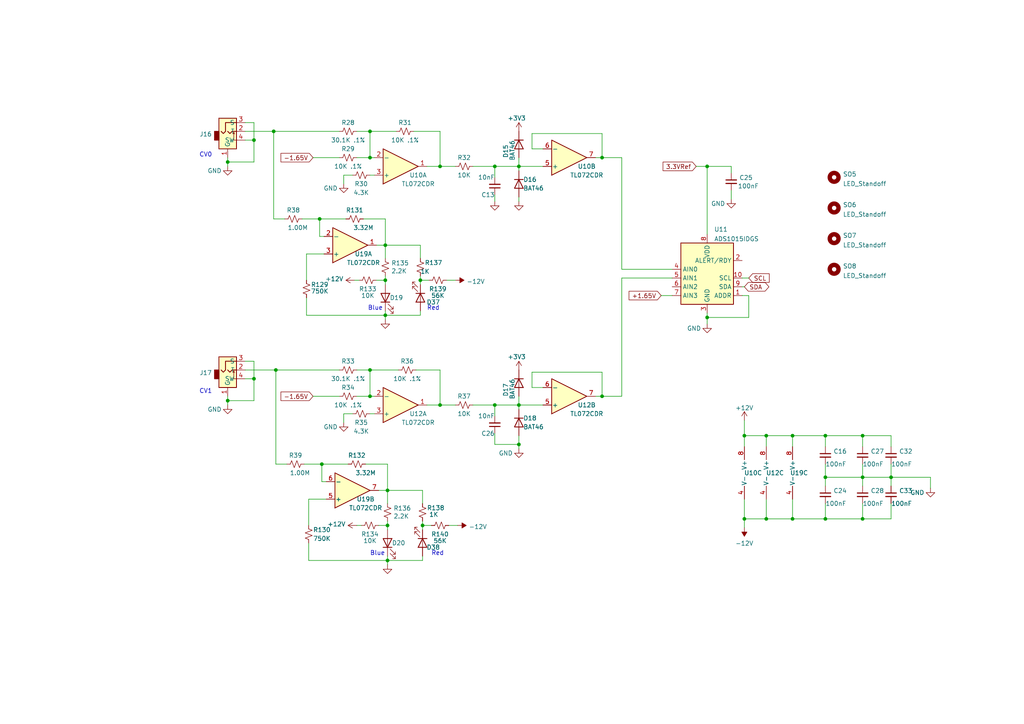
<source format=kicad_sch>
(kicad_sch (version 20211123) (generator eeschema)
  (paper "A4")
  (lib_symbols
    (symbol "Amplifier_Operational:TL072" (pin_names (offset 0.127))
      (property "Reference" "U" (at 0 5.08 0))
      (property "Value" "TL072" (at 0 -5.08 0))
      (symbol "TL072_1_1"
        (polyline (pts (xy -5.08 5.08) (xy 5.08 0) (xy -5.08 -5.08) (xy -5.08 5.08)) (stroke (width 0.254)) (fill (type background)))
        (pin output line (at 7.62 0 180) (length 2.54) (name "~") (number "1"))
        (pin input line (at -7.62 -2.54 0) (length 2.54) (name "-") (number "2"))
        (pin input line (at -7.62 2.54 0) (length 2.54) (name "+") (number "3"))
      )
      (symbol "TL072_2_1"
        (polyline (pts (xy -5.08 5.08) (xy 5.08 0) (xy -5.08 -5.08) (xy -5.08 5.08)) (stroke (width 0.254)) (fill (type background)))
        (pin input line (at -7.62 2.54 0) (length 2.54) (name "+") (number "5"))
        (pin input line (at -7.62 -2.54 0) (length 2.54) (name "-") (number "6"))
        (pin output line (at 7.62 0 180) (length 2.54) (name "~") (number "7"))
      )
      (symbol "TL072_3_1"
        (pin power_in line (at -2.54 -7.62 90) (length 3.81) (name "V-") (number "4"))
        (pin power_in line (at -2.54 7.62 270) (length 3.81) (name "V+") (number "8"))
      )
    )
    (symbol "Analog_ADC:ADS1015IDGS"
      (property "Reference" "U" (at 2.54 13.97 0))
      (property "Value" "ADS1015IDGS" (at 7.62 11.43 0))
      (symbol "ADS1015IDGS_0_1"
        (rectangle (start -7.62 10.16) (end 7.62 -7.62) (stroke (width 0.254)) (fill (type background)))
      )
      (symbol "ADS1015IDGS_1_1"
        (pin input line (at 10.16 -5.08 180) (length 2.54) (name "ADDR") (number "1"))
        (pin input line (at 10.16 0 180) (length 2.54) (name "SCL") (number "10"))
        (pin output line (at 10.16 5.08 180) (length 2.54) (name "ALERT/RDY") (number "2"))
        (pin power_in line (at 0 -10.16 90) (length 2.54) (name "GND") (number "3"))
        (pin input line (at -10.16 2.54 0) (length 2.54) (name "AIN0") (number "4"))
        (pin input line (at -10.16 0 0) (length 2.54) (name "AIN1") (number "5"))
        (pin input line (at -10.16 -2.54 0) (length 2.54) (name "AIN2") (number "6"))
        (pin input line (at -10.16 -5.08 0) (length 2.54) (name "AIN3") (number "7"))
        (pin power_in line (at 0 12.7 270) (length 2.54) (name "VDD") (number "8"))
        (pin bidirectional line (at 10.16 -2.54 180) (length 2.54) (name "SDA") (number "9"))
      )
    )
    (symbol "Device:C_Small" (pin_numbers hide) (pin_names (offset 0.254) hide)
      (property "Reference" "C" (at 0.254 1.778 0))
      (property "Value" "C_Small" (at 0.254 -2.032 0))
      (symbol "C_Small_0_1"
        (polyline (pts (xy -1.524 -0.508) (xy 1.524 -0.508)) (stroke (width 0.3302)))
        (polyline (pts (xy -1.524 0.508) (xy 1.524 0.508)) (stroke (width 0.3048)))
      )
      (symbol "C_Small_1_1"
        (pin passive line (at 0 2.54 270) (length 2.032) (name "~") (number "1"))
        (pin passive line (at 0 -2.54 90) (length 2.032) (name "~") (number "2"))
      )
    )
    (symbol "Device:LED" (pin_numbers hide) (pin_names (offset 1.016) hide)
      (property "Reference" "D" (at 0 2.54 0))
      (property "Value" "LED" (at 0 -2.54 0))
      (symbol "LED_0_1"
        (polyline (pts (xy -1.27 -1.27) (xy -1.27 1.27)) (stroke (width 0.254)))
        (polyline (pts (xy -1.27 0) (xy 1.27 0)))
        (polyline (pts (xy 1.27 -1.27) (xy 1.27 1.27) (xy -1.27 0) (xy 1.27 -1.27)) (stroke (width 0.254)))
        (polyline (pts (xy -3.048 -0.762) (xy -4.572 -2.286) (xy -3.81 -2.286) (xy -4.572 -2.286) (xy -4.572 -1.524)))
        (polyline (pts (xy -1.778 -0.762) (xy -3.302 -2.286) (xy -2.54 -2.286) (xy -3.302 -2.286) (xy -3.302 -1.524)))
      )
      (symbol "LED_1_1"
        (pin passive line (at -3.81 0 0) (length 2.54) (name "K") (number "1"))
        (pin passive line (at 3.81 0 180) (length 2.54) (name "A") (number "2"))
      )
    )
    (symbol "Device:R_Small_US" (pin_numbers hide) (pin_names (offset 0.254) hide)
      (property "Reference" "R" (at 0.762 0.508 0))
      (property "Value" "R_Small_US" (at 0.762 -1.016 0))
      (symbol "R_Small_US_1_1"
        (polyline (pts (xy 0 0) (xy 1.016 -0.381) (xy 0 -0.762) (xy -1.016 -1.143) (xy 0 -1.524)))
        (polyline (pts (xy 0 1.524) (xy 1.016 1.143) (xy 0 0.762) (xy -1.016 0.381) (xy 0 0)))
        (pin passive line (at 0 2.54 270) (length 1.016) (name "~") (number "1"))
        (pin passive line (at 0 -2.54 90) (length 1.016) (name "~") (number "2"))
      )
    )
    (symbol "Diode:1N4148" (pin_numbers hide) (pin_names (offset 1.016) hide)
      (property "Reference" "D" (at 0 2.54 0))
      (property "Value" "1N4148" (at 0 -2.54 0))
      (symbol "1N4148_0_1"
        (polyline (pts (xy -1.27 1.27) (xy -1.27 -1.27)) (stroke (width 0.254)))
        (polyline (pts (xy 1.27 0) (xy -1.27 0)))
        (polyline (pts (xy 1.27 1.27) (xy 1.27 -1.27) (xy -1.27 0) (xy 1.27 1.27)) (stroke (width 0.254)))
      )
      (symbol "1N4148_1_1"
        (pin passive line (at -3.81 0 0) (length 2.54) (name "K") (number "1"))
        (pin passive line (at 3.81 0 180) (length 2.54) (name "A") (number "2"))
      )
    )
    (symbol "greenface-symbols:Molex_47257"
      (property "Reference" "J" (at 0 8.89 0))
      (property "Value" "Molex_47257" (at 0 6.35 0))
      (symbol "Molex_47257_0_1"
        (rectangle (start -2.54 0) (end -3.81 -2.54) (stroke (width 0.254)) (fill (type outline)))
        (polyline (pts (xy 1.778 -0.254) (xy 2.032 -0.762)))
        (polyline (pts (xy 0 0) (xy 0.635 -0.635) (xy 1.27 0) (xy 2.54 0)) (stroke (width 0.254)))
        (polyline (pts (xy 2.54 -2.54) (xy 1.778 -2.54) (xy 1.778 -0.254) (xy 1.524 -0.762)))
        (polyline (pts (xy 2.54 2.54) (xy -0.635 2.54) (xy -0.635 0) (xy -1.27 -0.635) (xy -1.905 0)) (stroke (width 0.254)))
        (rectangle (start 2.54 3.81) (end -2.54 -5.08) (stroke (width 0.254)) (fill (type background)))
      )
      (symbol "Molex_47257_1_1"
        (pin passive line (at 0 -7.62 90) (length 2.54) (name "G") (number "1"))
        (pin passive line (at 5.08 0 180) (length 2.54) (name "T") (number "2"))
        (pin passive line (at 5.08 2.54 180) (length 2.54) (name "S") (number "3"))
        (pin passive line (at 5.08 -2.54 180) (length 2.54) (name "SW") (number "4"))
      )
    )
    (symbol "greenface:LED_Standoff" (pin_names (offset 1.016))
      (property "Reference" "SO" (at 0 5.08 0))
      (property "Value" "LED_Standoff" (at 0 3.175 0))
      (symbol "LED_Standoff_0_1"
        (circle (center 0 0) (radius 1.27) (stroke (width 1.27)))
      )
    )
    (symbol "power:+12V" (power) (pin_names (offset 0))
      (property "Value" "+12V" (at 0 3.556 0))
      (symbol "+12V_0_1"
        (polyline (pts (xy -0.762 1.27) (xy 0 2.54)))
        (polyline (pts (xy 0 0) (xy 0 2.54)))
        (polyline (pts (xy 0 2.54) (xy 0.762 1.27)))
      )
      (symbol "+12V_1_1"
        (pin power_in line (at 0 0 90) (length 0) hide (name "+12V") (number "1"))
      )
    )
    (symbol "power:+3.3V" (power) (pin_names (offset 0))
      (property "Value" "+3.3V" (at 0 3.556 0))
      (symbol "+3.3V_0_1"
        (polyline (pts (xy -0.762 1.27) (xy 0 2.54)))
        (polyline (pts (xy 0 0) (xy 0 2.54)))
        (polyline (pts (xy 0 2.54) (xy 0.762 1.27)))
      )
      (symbol "+3.3V_1_1"
        (pin power_in line (at 0 0 90) (length 0) hide (name "+3V3") (number "1"))
      )
    )
    (symbol "power:-12V" (power) (pin_names (offset 0))
      (property "Value" "-12V" (at 0 3.81 0))
      (symbol "-12V_0_0"
        (pin power_in line (at 0 0 90) (length 0) hide (name "-12V") (number "1"))
      )
      (symbol "-12V_0_1"
        (polyline (pts (xy 0 0) (xy 0 1.27) (xy 0.762 1.27) (xy 0 2.54) (xy -0.762 1.27) (xy 0 1.27)) (fill (type outline)))
      )
    )
    (symbol "power:GND" (power) (pin_names (offset 0))
      (property "Value" "GND" (at 0 -3.81 0))
      (symbol "GND_0_1"
        (polyline (pts (xy 0 0) (xy 0 -1.27) (xy 1.27 -1.27) (xy 0 -2.54) (xy -1.27 -1.27) (xy 0 -1.27)))
      )
      (symbol "GND_1_1"
        (pin power_in line (at 0 0 270) (length 0) hide (name "GND") (number "1"))
      )
    )
  )
  (junction (at 239.395 150.495))
  (junction (at 150.495 128.905))
  (junction (at 107.315 38.1))
  (junction (at 107.315 114.935))
  (junction (at 215.9 126.365))
  (junction (at 112.395 142.24))
  (junction (at 239.395 138.43))
  (junction (at 205.105 48.26))
  (junction (at 122.555 152.4))
  (junction (at 215.9 150.495))
  (junction (at 150.495 117.475))
  (junction (at 66.04 116.205))
  (junction (at 79.375 38.1))
  (junction (at 222.25 126.365))
  (junction (at 80.01 107.315))
  (junction (at 143.51 117.475))
  (junction (at 258.445 138.43))
  (junction (at 174.625 45.72))
  (junction (at 121.92 81.28))
  (junction (at 250.19 126.365))
  (junction (at 73.66 109.855))
  (junction (at 205.105 92.075))
  (junction (at 107.315 107.315))
  (junction (at 107.315 45.72))
  (junction (at 112.395 162.56))
  (junction (at 250.19 138.43))
  (junction (at 250.19 150.495))
  (junction (at 127.635 117.475))
  (junction (at 229.87 126.365))
  (junction (at 111.76 91.44))
  (junction (at 239.395 126.365))
  (junction (at 174.625 114.935))
  (junction (at 73.66 40.64))
  (junction (at 111.76 81.28))
  (junction (at 93.345 134.62))
  (junction (at 222.25 150.495))
  (junction (at 150.495 48.26))
  (junction (at 229.87 150.495))
  (junction (at 92.71 63.5))
  (junction (at 111.76 71.12))
  (junction (at 127.635 48.26))
  (junction (at 66.04 46.99))
  (junction (at 112.395 152.4))
  (junction (at 143.51 48.26))
  (wire (pts (xy 71.12 104.775) (xy 73.66 104.775)))
  (wire (pts (xy 111.76 82.55) (xy 111.76 81.28)))
  (wire (pts (xy 229.87 126.365) (xy 239.395 126.365)))
  (wire (pts (xy 217.17 92.075) (xy 205.105 92.075)))
  (wire (pts (xy 107.315 107.315) (xy 115.57 107.315)))
  (wire (pts (xy 111.76 63.5) (xy 111.76 71.12)))
  (wire (pts (xy 107.315 45.72) (xy 108.585 45.72)))
  (wire (pts (xy 201.93 48.26) (xy 205.105 48.26)))
  (wire (pts (xy 66.04 114.935) (xy 66.04 116.205)))
  (wire (pts (xy 79.375 63.5) (xy 79.375 38.1)))
  (wire (pts (xy 87.63 63.5) (xy 92.71 63.5)))
  (wire (pts (xy 93.345 134.62) (xy 100.965 134.62)))
  (wire (pts (xy 103.505 45.72) (xy 107.315 45.72)))
  (wire (pts (xy 121.92 91.44) (xy 111.76 91.44)))
  (wire (pts (xy 217.17 85.725) (xy 217.17 92.075)))
  (wire (pts (xy 239.395 126.365) (xy 250.19 126.365)))
  (wire (pts (xy 107.315 45.72) (xy 107.315 38.1)))
  (wire (pts (xy 212.09 50.165) (xy 212.09 48.26)))
  (wire (pts (xy 215.265 85.725) (xy 217.17 85.725)))
  (wire (pts (xy 121.92 81.28) (xy 124.46 81.28)))
  (wire (pts (xy 122.555 161.29) (xy 122.555 162.56)))
  (wire (pts (xy 111.76 74.93) (xy 111.76 71.12)))
  (wire (pts (xy 88.9 86.36) (xy 88.9 91.44)))
  (wire (pts (xy 80.01 107.315) (xy 80.01 134.62)))
  (wire (pts (xy 150.495 114.935) (xy 150.495 117.475)))
  (wire (pts (xy 143.51 48.26) (xy 143.51 51.435)))
  (wire (pts (xy 122.555 151.13) (xy 122.555 152.4)))
  (wire (pts (xy 154.305 107.95) (xy 174.625 107.95)))
  (wire (pts (xy 222.25 150.495) (xy 229.87 150.495)))
  (wire (pts (xy 71.12 109.855) (xy 73.66 109.855)))
  (wire (pts (xy 127.635 38.1) (xy 127.635 48.26)))
  (wire (pts (xy 83.185 134.62) (xy 80.01 134.62)))
  (wire (pts (xy 107.315 38.1) (xy 114.935 38.1)))
  (wire (pts (xy 180.34 45.72) (xy 180.34 78.105)))
  (wire (pts (xy 109.22 81.28) (xy 111.76 81.28)))
  (wire (pts (xy 258.445 146.05) (xy 258.445 150.495)))
  (wire (pts (xy 250.19 138.43) (xy 239.395 138.43)))
  (wire (pts (xy 130.175 152.4) (xy 132.715 152.4)))
  (wire (pts (xy 103.505 107.315) (xy 107.315 107.315)))
  (wire (pts (xy 88.9 91.44) (xy 111.76 91.44)))
  (wire (pts (xy 222.25 126.365) (xy 222.25 129.54)))
  (wire (pts (xy 215.9 126.365) (xy 222.25 126.365)))
  (wire (pts (xy 121.92 71.12) (xy 121.92 74.93)))
  (wire (pts (xy 215.9 144.78) (xy 215.9 150.495)))
  (wire (pts (xy 239.395 146.05) (xy 239.395 150.495)))
  (wire (pts (xy 258.445 126.365) (xy 250.19 126.365)))
  (wire (pts (xy 217.17 80.645) (xy 215.265 80.645)))
  (wire (pts (xy 89.535 162.56) (xy 112.395 162.56)))
  (wire (pts (xy 180.34 114.935) (xy 180.34 80.645)))
  (wire (pts (xy 239.395 138.43) (xy 239.395 140.97)))
  (wire (pts (xy 154.305 38.735) (xy 174.625 38.735)))
  (wire (pts (xy 92.71 68.58) (xy 92.71 63.5)))
  (wire (pts (xy 150.495 58.42) (xy 150.495 57.15)))
  (wire (pts (xy 205.105 48.26) (xy 205.105 67.945)))
  (wire (pts (xy 250.19 138.43) (xy 250.19 140.97)))
  (wire (pts (xy 88.9 73.66) (xy 88.9 81.28)))
  (wire (pts (xy 258.445 138.43) (xy 258.445 140.97)))
  (wire (pts (xy 174.625 114.935) (xy 180.34 114.935)))
  (wire (pts (xy 174.625 107.95) (xy 174.625 114.935)))
  (wire (pts (xy 150.495 128.905) (xy 150.495 126.365)))
  (wire (pts (xy 127.635 117.475) (xy 132.08 117.475)))
  (wire (pts (xy 79.375 38.1) (xy 98.425 38.1)))
  (wire (pts (xy 71.12 38.1) (xy 79.375 38.1)))
  (wire (pts (xy 269.875 141.605) (xy 269.875 138.43)))
  (wire (pts (xy 143.51 117.475) (xy 150.495 117.475)))
  (wire (pts (xy 103.505 152.4) (xy 104.775 152.4)))
  (wire (pts (xy 102.235 50.8) (xy 99.695 50.8)))
  (wire (pts (xy 112.395 162.56) (xy 112.395 161.29)))
  (wire (pts (xy 93.98 68.58) (xy 92.71 68.58)))
  (wire (pts (xy 73.66 46.99) (xy 66.04 46.99)))
  (wire (pts (xy 239.395 129.54) (xy 239.395 126.365)))
  (wire (pts (xy 154.305 112.395) (xy 154.305 107.95)))
  (wire (pts (xy 215.9 126.365) (xy 215.9 129.54)))
  (wire (pts (xy 88.265 134.62) (xy 93.345 134.62)))
  (wire (pts (xy 71.12 35.56) (xy 73.66 35.56)))
  (wire (pts (xy 73.66 104.775) (xy 73.66 109.855)))
  (wire (pts (xy 122.555 162.56) (xy 112.395 162.56)))
  (wire (pts (xy 123.825 48.26) (xy 127.635 48.26)))
  (wire (pts (xy 80.01 107.315) (xy 98.425 107.315)))
  (wire (pts (xy 137.16 117.475) (xy 143.51 117.475)))
  (wire (pts (xy 93.98 73.66) (xy 88.9 73.66)))
  (wire (pts (xy 111.76 81.28) (xy 111.76 80.01)))
  (wire (pts (xy 122.555 152.4) (xy 125.095 152.4)))
  (wire (pts (xy 111.76 71.12) (xy 121.92 71.12)))
  (wire (pts (xy 66.04 46.99) (xy 66.04 48.26)))
  (wire (pts (xy 215.9 150.495) (xy 222.25 150.495)))
  (wire (pts (xy 212.09 55.245) (xy 212.09 57.785)))
  (wire (pts (xy 73.66 35.56) (xy 73.66 40.64)))
  (wire (pts (xy 154.305 43.18) (xy 154.305 38.735)))
  (wire (pts (xy 157.48 112.395) (xy 154.305 112.395)))
  (wire (pts (xy 120.65 107.315) (xy 127.635 107.315)))
  (wire (pts (xy 103.505 38.1) (xy 107.315 38.1)))
  (wire (pts (xy 103.505 114.935) (xy 107.315 114.935)))
  (wire (pts (xy 258.445 138.43) (xy 269.875 138.43)))
  (wire (pts (xy 112.395 163.83) (xy 112.395 162.56)))
  (wire (pts (xy 229.87 144.78) (xy 229.87 150.495)))
  (wire (pts (xy 194.945 85.725) (xy 191.77 85.725)))
  (wire (pts (xy 172.72 114.935) (xy 174.625 114.935)))
  (wire (pts (xy 94.615 144.78) (xy 89.535 144.78)))
  (wire (pts (xy 150.495 118.745) (xy 150.495 117.475)))
  (wire (pts (xy 222.25 126.365) (xy 229.87 126.365)))
  (wire (pts (xy 215.9 121.92) (xy 215.9 126.365)))
  (wire (pts (xy 90.805 114.935) (xy 98.425 114.935)))
  (wire (pts (xy 73.66 116.205) (xy 66.04 116.205)))
  (wire (pts (xy 90.805 45.72) (xy 98.425 45.72)))
  (wire (pts (xy 180.34 80.645) (xy 194.945 80.645)))
  (wire (pts (xy 111.76 91.44) (xy 111.76 90.17)))
  (wire (pts (xy 105.41 63.5) (xy 111.76 63.5)))
  (wire (pts (xy 112.395 142.24) (xy 109.855 142.24)))
  (wire (pts (xy 205.105 93.98) (xy 205.105 92.075)))
  (wire (pts (xy 111.76 92.71) (xy 111.76 91.44)))
  (wire (pts (xy 172.72 45.72) (xy 174.625 45.72)))
  (wire (pts (xy 71.12 107.315) (xy 80.01 107.315)))
  (wire (pts (xy 107.315 50.8) (xy 108.585 50.8)))
  (wire (pts (xy 239.395 134.62) (xy 239.395 138.43)))
  (wire (pts (xy 94.615 139.7) (xy 93.345 139.7)))
  (wire (pts (xy 73.66 109.855) (xy 73.66 116.205)))
  (wire (pts (xy 150.495 45.72) (xy 150.495 48.26)))
  (wire (pts (xy 143.51 48.26) (xy 150.495 48.26)))
  (wire (pts (xy 150.495 128.905) (xy 150.495 130.175)))
  (wire (pts (xy 107.315 120.015) (xy 108.585 120.015)))
  (wire (pts (xy 129.54 81.28) (xy 132.08 81.28)))
  (wire (pts (xy 121.92 90.17) (xy 121.92 91.44)))
  (wire (pts (xy 174.625 38.735) (xy 174.625 45.72)))
  (wire (pts (xy 212.09 48.26) (xy 205.105 48.26)))
  (wire (pts (xy 102.235 120.015) (xy 99.695 120.015)))
  (wire (pts (xy 150.495 49.53) (xy 150.495 48.26)))
  (wire (pts (xy 123.825 117.475) (xy 127.635 117.475)))
  (wire (pts (xy 222.25 144.78) (xy 222.25 150.495)))
  (wire (pts (xy 66.04 116.205) (xy 66.04 117.475)))
  (wire (pts (xy 111.76 71.12) (xy 109.22 71.12)))
  (wire (pts (xy 127.635 48.26) (xy 132.08 48.26)))
  (wire (pts (xy 109.855 152.4) (xy 112.395 152.4)))
  (wire (pts (xy 143.51 128.905) (xy 150.495 128.905)))
  (wire (pts (xy 112.395 146.05) (xy 112.395 142.24)))
  (wire (pts (xy 143.51 117.475) (xy 143.51 120.65)))
  (wire (pts (xy 258.445 134.62) (xy 258.445 138.43)))
  (wire (pts (xy 250.19 134.62) (xy 250.19 138.43)))
  (wire (pts (xy 99.695 50.8) (xy 99.695 53.34)))
  (wire (pts (xy 112.395 134.62) (xy 112.395 142.24)))
  (wire (pts (xy 215.9 83.185) (xy 215.265 83.185)))
  (wire (pts (xy 250.19 146.05) (xy 250.19 150.495)))
  (wire (pts (xy 112.395 152.4) (xy 112.395 151.13)))
  (wire (pts (xy 106.045 134.62) (xy 112.395 134.62)))
  (wire (pts (xy 73.66 40.64) (xy 73.66 46.99)))
  (wire (pts (xy 107.315 114.935) (xy 107.315 107.315)))
  (wire (pts (xy 92.71 63.5) (xy 100.33 63.5)))
  (wire (pts (xy 71.12 40.64) (xy 73.66 40.64)))
  (wire (pts (xy 122.555 152.4) (xy 122.555 153.67)))
  (wire (pts (xy 89.535 144.78) (xy 89.535 152.4)))
  (wire (pts (xy 157.48 43.18) (xy 154.305 43.18)))
  (wire (pts (xy 99.695 120.015) (xy 99.695 122.555)))
  (wire (pts (xy 258.445 129.54) (xy 258.445 126.365)))
  (wire (pts (xy 250.19 126.365) (xy 250.19 129.54)))
  (wire (pts (xy 143.51 56.515) (xy 143.51 58.42)))
  (wire (pts (xy 107.315 114.935) (xy 108.585 114.935)))
  (wire (pts (xy 127.635 107.315) (xy 127.635 117.475)))
  (wire (pts (xy 174.625 45.72) (xy 180.34 45.72)))
  (wire (pts (xy 112.395 142.24) (xy 122.555 142.24)))
  (wire (pts (xy 150.495 48.26) (xy 157.48 48.26)))
  (wire (pts (xy 180.34 78.105) (xy 194.945 78.105)))
  (wire (pts (xy 137.16 48.26) (xy 143.51 48.26)))
  (wire (pts (xy 205.105 92.075) (xy 205.105 90.805)))
  (wire (pts (xy 122.555 142.24) (xy 122.555 146.05)))
  (wire (pts (xy 93.345 139.7) (xy 93.345 134.62)))
  (wire (pts (xy 121.92 80.01) (xy 121.92 81.28)))
  (wire (pts (xy 229.87 150.495) (xy 239.395 150.495)))
  (wire (pts (xy 120.015 38.1) (xy 127.635 38.1)))
  (wire (pts (xy 229.87 126.365) (xy 229.87 129.54)))
  (wire (pts (xy 250.19 150.495) (xy 258.445 150.495)))
  (wire (pts (xy 215.9 150.495) (xy 215.9 153.035)))
  (wire (pts (xy 239.395 150.495) (xy 250.19 150.495)))
  (wire (pts (xy 82.55 63.5) (xy 79.375 63.5)))
  (wire (pts (xy 143.51 125.73) (xy 143.51 128.905)))
  (wire (pts (xy 250.19 138.43) (xy 258.445 138.43)))
  (wire (pts (xy 102.87 81.28) (xy 104.14 81.28)))
  (wire (pts (xy 66.04 45.72) (xy 66.04 46.99)))
  (wire (pts (xy 121.92 81.28) (xy 121.92 82.55)))
  (wire (pts (xy 112.395 153.67) (xy 112.395 152.4)))
  (wire (pts (xy 89.535 157.48) (xy 89.535 162.56)))
  (wire (pts (xy 150.495 117.475) (xy 157.48 117.475)))
  (text "CV0" (at 57.785 45.72 0) (effects (font (size 1.27 1.27)) (justify left bottom)))
  (text "CV1" (at 57.785 114.3 0) (effects (font (size 1.27 1.27)) (justify left bottom)))
  (text "Blue" (at 107.315 161.29 0) (effects (font (size 1.27 1.27)) (justify left bottom)))
  (text "Blue" (at 106.68 90.17 0) (effects (font (size 1.27 1.27)) (justify left bottom)))
  (text "Red" (at 123.825 90.17 0) (effects (font (size 1.27 1.27)) (justify left bottom)))
  (text "Red" (at 125.095 161.29 0) (effects (font (size 1.27 1.27)) (justify left bottom)))
  (global_label "SCL" (shape input) (at 217.17 80.645 0) (property "Intersheet References" "${INTERSHEET_REFS}" (effects hide)))
  (global_label "+1.65V" (shape input) (at 191.77 85.725 180) (property "Intersheet References" "${INTERSHEET_REFS}" (effects hide)))
  (global_label "3.3VRef" (shape input) (at 201.93 48.26 180) (property "Intersheet References" "${INTERSHEET_REFS}" (effects hide)))
  (global_label "-1.65V" (shape input) (at 90.805 114.935 180) (property "Intersheet References" "${INTERSHEET_REFS}" (effects hide)))
  (global_label "SDA" (shape bidirectional) (at 215.9 83.185 0) (property "Intersheet References" "${INTERSHEET_REFS}" (effects hide)))
  (global_label "-1.65V" (shape input) (at 90.805 45.72 180) (property "Intersheet References" "${INTERSHEET_REFS}" (effects hide)))
  (symbol (lib_id "power:GND") (at 205.105 93.98 0) (unit 1)
    (property "Reference" "#PWR028" (effects hide))
    (property "Value" "GND" (at 201.295 95.25 0))
  )
  (symbol (lib_id "Device:R_Small_US") (at 85.09 63.5 90) (unit 1)
    (property "Reference" "R38" (at 85.09 60.96 90))
    (property "Value" "1.00M" (at 86.36 66.04 90))
    (property "Footprint" "Resistor_SMD:R_0805_2012Metric_Pad1.20x1.40mm_HandSolder" (effects hide))
    (property "Digi-Key Part" "311-1.00MCRCT-ND" (effects hide))
    (property " LCSC Part #" "C107700" (effects hide))
  )
  (symbol (lib_id "power:+12V") (at 215.9 121.92 0) (unit 1)
    (property "Reference" "#PWR034" (effects hide))
    (property "Value" "+12V" (at 215.9 118.3155 0))
  )
  (symbol (lib_id "Device:R_Small_US") (at 134.62 117.475 270) (unit 1)
    (property "Reference" "R37" (at 134.62 114.935 90))
    (property "Value" "10K" (at 134.62 120.015 90))
    (property "Footprint" "Resistor_SMD:R_0805_2012Metric_Pad1.20x1.40mm_HandSolder" (effects hide))
    (property "Digi-Key Part" "13-RC0805JR-1010KLCT-ND" (effects hide))
    (property " LCSC Part #" "C138260" (effects hide))
  )
  (symbol (lib_id "Device:LED") (at 121.92 86.36 270) (unit 1)
    (property "Reference" "D37" (at 127.635 87.63 90) (effects (justify right)))
    (property "Value" "RED LED" (effects hide))
    (property "Footprint" "LED_THT:LED_D3.0mm" (effects hide))
    (property "Digi-Key Part" "732-5005-ND" (effects hide))
  )
  (symbol (lib_id "power:-12V") (at 132.715 152.4 270) (unit 1)
    (property "Reference" "#PWR0101" (effects hide))
    (property "Value" "-12V" (at 135.9662 152.781 90) (effects (justify left)))
  )
  (symbol (lib_id "power:-12V") (at 215.9 153.035 180) (unit 1)
    (property "Reference" "#PWR038" (effects hide))
    (property "Value" "-12V" (at 215.9 157.5975 0))
  )
  (symbol (lib_id "Amplifier_Operational:TL072") (at 213.36 137.16 0) (mirror y) (unit 3)
    (property "Reference" "U10" (at 218.44 137.16 0))
    (property "Value" "TL072CDR" (effects hide))
    (property "Footprint" "Package_SO:SOIC-8-1EP_3.9x4.9mm_P1.27mm_EP2.29x3mm" (effects hide))
    (property "Digi-Key Part" "296-47385-1-ND" (effects hide))
    (property " LCSC Part #" "C67473" (effects hide))
  )
  (symbol (lib_id "Amplifier_Operational:TL072") (at 227.33 137.16 0) (mirror y) (unit 3)
    (property "Reference" "U19" (at 231.775 137.16 0))
    (property "Value" "TL072CDR" (effects hide))
    (property "Footprint" "Package_SO:SOIC-8-1EP_3.9x4.9mm_P1.27mm_EP2.29x3mm" (effects hide))
    (property "Datasheet" "http://www.ti.com/lit/ds/symlink/tl071.pdf" (effects hide))
    (property "Digi-Key Part" "296-47385-1-ND" (effects hide))
    (property " LCSC Part #" "C67473" (effects hide))
  )
  (symbol (lib_id "Analog_ADC:ADS1015IDGS") (at 205.105 80.645 0) (unit 1)
    (property "Reference" "U11" (at 207.1244 66.5185 0) (effects (justify left)))
    (property "Value" "ADS1015IDGS" (at 207.1244 69.2936 0) (effects (justify left)))
    (property "Footprint" "Package_SO:TSSOP-10_3x3mm_P0.5mm" (effects hide))
    (property "Datasheet" "http://www.ti.com/lit/ds/symlink/ads1015.pdf" (effects hide))
    (property " LCSC Part #" "C193969" (effects hide))
  )
  (symbol (lib_id "Device:R_Small_US") (at 89.535 154.94 0) (unit 1)
    (property "Reference" "R130" (at 90.805 153.67 0) (effects (justify left)))
    (property "Value" "750K" (at 90.805 156.21 0) (effects (justify left)))
    (property "Footprint" "Resistor_SMD:R_0805_2012Metric_Pad1.20x1.40mm_HandSolder" (effects hide))
    (property "Digi-Key Part" "311-750KARCT-ND" (effects hide))
    (property " LCSC Part #" "C137408" (effects hide))
  )
  (symbol (lib_id "Device:R_Small_US") (at 104.775 50.8 270) (unit 1)
    (property "Reference" "R30" (at 104.775 53.34 90))
    (property "Value" "4.3K" (at 104.775 55.88 90))
    (property "Footprint" "Resistor_SMD:R_0805_2012Metric_Pad1.20x1.40mm_HandSolder" (effects hide))
    (property "Digi-Key Part" "311-43KARCT-ND" (effects hide))
    (property " LCSC Part #" "C229218" (effects hide))
  )
  (symbol (lib_id "Amplifier_Operational:TL072") (at 116.205 48.26 0) (mirror x) (unit 1)
    (property "Reference" "U10" (at 121.285 50.8 0))
    (property "Value" "TL072CDR" (at 121.285 53.34 0))
    (property "Footprint" "Package_SO:SOIC-8-1EP_3.9x4.9mm_P1.27mm_EP2.29x3mm" (effects hide))
    (property "Digi-Key Part" "296-47385-1-ND" (effects hide))
    (property " LCSC Part #" "C67473" (effects hide))
  )
  (symbol (lib_id "Device:R_Small_US") (at 100.965 114.935 270) (unit 1)
    (property "Reference" "R34" (at 100.965 112.395 90))
    (property "Value" "10K .1%" (at 100.965 117.475 90))
    (property "Footprint" "Resistor_SMD:R_0805_2012Metric_Pad1.20x1.40mm_HandSolder" (effects hide))
    (property " LCSC Part #" "C406725" (effects hide))
  )
  (symbol (lib_id "Device:R_Small_US") (at 127 81.28 90) (unit 1)
    (property "Reference" "R139" (at 127 83.82 90))
    (property "Value" "56K" (at 127 85.725 90))
    (property "Footprint" "Resistor_SMD:R_0805_2012Metric_Pad1.20x1.40mm_HandSolder" (effects hide))
    (property "Digi-Key Part" "311-56KARCT-ND" (effects hide))
    (property " LCSC Part #" "C137420" (effects hide))
  )
  (symbol (lib_id "Device:C_Small") (at 143.51 123.19 180) (unit 1)
    (property "Reference" "C26" (at 143.51 125.73 0) (effects (justify left)))
    (property "Value" "10nF" (at 143.51 120.65 0) (effects (justify left)))
    (property "Footprint" "Capacitor_SMD:C_0805_2012Metric_Pad1.18x1.45mm_HandSolder" (effects hide))
    (property "Datasheet" "http://datasheets.avx.com/SR-Series.pdf" (effects hide))
    (property "Digi-Key Part" "311-1136-1-ND" (effects hide))
    (property " LCSC Part #" "C83170" (effects hide))
  )
  (symbol (lib_id "power:GND") (at 99.695 122.555 0) (unit 1)
    (property "Reference" "#PWR052" (effects hide))
    (property "Value" "GND" (at 95.885 123.825 0))
  )
  (symbol (lib_id "Device:R_Small_US") (at 121.92 77.47 0) (unit 1)
    (property "Reference" "R137" (at 123.19 76.2 0) (effects (justify left)))
    (property "Value" "1K" (at 121.92 78.74 0) (effects (justify left)))
    (property "Footprint" "Resistor_SMD:R_0805_2012Metric_Pad1.20x1.40mm_HandSolder" (effects hide))
    (property "Digi-Key Part" "311-10KARCT-ND" (effects hide))
    (property " LCSC Part #" "C100047" (effects hide))
  )
  (symbol (lib_id "Amplifier_Operational:TL072") (at 116.205 117.475 0) (mirror x) (unit 1)
    (property "Reference" "U12" (at 121.285 120.015 0))
    (property "Value" "TL072CDR" (at 121.285 122.555 0))
    (property "Footprint" "Package_SO:SOIC-8-1EP_3.9x4.9mm_P1.27mm_EP2.29x3mm" (effects hide))
    (property "Digi-Key Part" "296-47385-1-ND" (effects hide))
    (property " LCSC Part #" "C67473" (effects hide))
  )
  (symbol (lib_id "Device:C_Small") (at 239.395 143.51 0) (unit 1)
    (property "Reference" "C24" (at 241.7318 142.3416 0) (effects (justify left)))
    (property "Value" "100nF" (at 239.395 146.05 0) (effects (justify left)))
    (property "Footprint" "Capacitor_SMD:C_0805_2012Metric_Pad1.18x1.45mm_HandSolder" (effects hide))
    (property "Datasheet" "http://datasheets.avx.com/SR-Series.pdf" (effects hide))
    (property "Digi-Key Part" "478-10836-1-ND" (effects hide))
    (property " LCSC Part #" "C49678" (effects hide))
  )
  (symbol (lib_id "Device:R_Small_US") (at 85.725 134.62 90) (unit 1)
    (property "Reference" "R39" (at 85.725 132.08 90))
    (property "Value" "1.00M" (at 86.995 137.16 90))
    (property "Footprint" "Resistor_SMD:R_0805_2012Metric_Pad1.20x1.40mm_HandSolder" (effects hide))
    (property "Digi-Key Part" "311-1.00MCRCT-ND" (effects hide))
    (property " LCSC Part #" "C107700" (effects hide))
  )
  (symbol (lib_id "greenface-symbols:Molex_47257") (at 66.04 38.1 0) (unit 1)
    (property "Reference" "J16" (at 61.468 38.9128 0) (effects (justify right)))
    (property "Value" "3.5mm Jack" (effects hide))
    (property "Footprint" "sputterizer:Molex-0472570001" (effects hide))
    (property "Digi-Key Part" "WM17366-ND" (effects hide))
  )
  (symbol (lib_id "Device:C_Small") (at 239.395 132.08 0) (unit 1)
    (property "Reference" "C16" (at 241.7318 130.9116 0) (effects (justify left)))
    (property "Value" "100nF" (at 239.395 134.62 0) (effects (justify left)))
    (property "Footprint" "Capacitor_SMD:C_0805_2012Metric_Pad1.18x1.45mm_HandSolder" (effects hide))
    (property "Datasheet" "http://datasheets.avx.com/SR-Series.pdf" (effects hide))
    (property "Digi-Key Part" "478-10836-1-ND" (effects hide))
    (property " LCSC Part #" "C49678" (effects hide))
  )
  (symbol (lib_id "Device:R_Small_US") (at 118.11 107.315 270) (unit 1)
    (property "Reference" "R36" (at 118.11 104.775 90))
    (property "Value" "10K .1%" (at 118.11 109.855 90))
    (property "Footprint" "Resistor_SMD:R_0805_2012Metric_Pad1.20x1.40mm_HandSolder" (effects hide))
    (property " LCSC Part #" "C406725" (effects hide))
  )
  (symbol (lib_id "power:GND") (at 66.04 48.26 0) (unit 1)
    (property "Reference" "#PWR011" (effects hide))
    (property "Value" "GND" (at 62.23 49.53 0))
  )
  (symbol (lib_id "Device:R_Small_US") (at 102.87 63.5 90) (unit 1)
    (property "Reference" "R131" (at 102.87 60.96 90))
    (property "Value" "3.32M" (at 105.41 66.04 90))
    (property "Footprint" "Resistor_SMD:R_0805_2012Metric_Pad1.20x1.40mm_HandSolder" (effects hide))
    (property "Digi-Key Part" "311-3.32MCRCT-ND" (effects hide))
    (property " LCSC Part #" "C422748" (effects hide))
  )
  (symbol (lib_id "Device:LED") (at 112.395 157.48 90) (unit 1)
    (property "Reference" "D20" (at 113.665 157.48 90) (effects (justify right)))
    (property "Value" "BLUE LED" (effects hide))
    (property "Footprint" "LED_THT:LED_D3.0mm" (effects hide))
    (property "Digi-Key Part" "732-11401-ND" (effects hide))
  )
  (symbol (lib_id "power:GND") (at 150.495 58.42 0) (unit 1)
    (property "Reference" "#PWR0107" (effects hide))
    (property "Value" "GND" (effects hide))
  )
  (symbol (lib_id "Device:C_Small") (at 258.445 132.08 0) (unit 1)
    (property "Reference" "C32" (at 260.7818 130.9116 0) (effects (justify left)))
    (property "Value" "100nF" (at 258.445 134.62 0) (effects (justify left)))
    (property "Footprint" "Capacitor_SMD:C_0805_2012Metric_Pad1.18x1.45mm_HandSolder" (effects hide))
    (property "Datasheet" "http://datasheets.avx.com/SR-Series.pdf" (effects hide))
    (property "Digi-Key Part" "478-10836-1-ND" (effects hide))
    (property " LCSC Part #" "C49678" (effects hide))
  )
  (symbol (lib_id "power:GND") (at 143.51 58.42 0) (unit 1)
    (property "Reference" "#PWR0106" (effects hide))
    (property "Value" "GND" (effects hide))
  )
  (symbol (lib_id "greenface:LED_Standoff") (at 241.935 78.105 0) (unit 1) (on_board no)
    (property "Reference" "SO8" (at 244.475 77.1965 0) (effects (justify left)))
    (property "Value" "LED_Standoff" (at 244.475 79.9716 0) (effects (justify left)))
    (property "Digi-Key Part" "732-11607-ND" (effects hide))
  )
  (symbol (lib_id "Device:R_Small_US") (at 100.965 107.315 270) (unit 1)
    (property "Reference" "R33" (at 100.965 104.775 90))
    (property "Value" "30.1K .1%" (at 100.965 109.855 90))
    (property "Footprint" "Resistor_SMD:R_0805_2012Metric_Pad1.20x1.40mm_HandSolder" (effects hide))
    (property "Digi-Key Part" "P332KDACT-ND" (effects hide))
    (property " LCSC Part #" "C374678" (effects hide))
  )
  (symbol (lib_id "Device:LED") (at 111.76 86.36 90) (unit 1)
    (property "Reference" "D19" (at 113.03 86.36 90) (effects (justify right)))
    (property "Value" "BLUE LED" (effects hide))
    (property "Footprint" "LED_THT:LED_D3.0mm" (effects hide))
    (property "Digi-Key Part" "732-11401-ND" (effects hide))
  )
  (symbol (lib_id "Device:R_Small_US") (at 100.965 38.1 270) (unit 1)
    (property "Reference" "R28" (at 100.965 35.56 90))
    (property "Value" "30.1K .1%" (at 100.965 40.64 90))
    (property "Footprint" "Resistor_SMD:R_0805_2012Metric_Pad1.20x1.40mm_HandSolder" (effects hide))
    (property "Digi-Key Part" "P332KDACT-ND" (effects hide))
    (property " LCSC Part #" "C374678" (effects hide))
  )
  (symbol (lib_id "Device:C_Small") (at 258.445 143.51 0) (unit 1)
    (property "Reference" "C33" (at 260.7818 142.3416 0) (effects (justify left)))
    (property "Value" "100nF" (at 258.445 146.05 0) (effects (justify left)))
    (property "Footprint" "Capacitor_SMD:C_0805_2012Metric_Pad1.18x1.45mm_HandSolder" (effects hide))
    (property "Datasheet" "http://datasheets.avx.com/SR-Series.pdf" (effects hide))
    (property "Digi-Key Part" "478-10836-1-ND" (effects hide))
    (property " LCSC Part #" "C49678" (effects hide))
  )
  (symbol (lib_id "Device:R_Small_US") (at 104.775 120.015 270) (unit 1)
    (property "Reference" "R35" (at 104.775 122.555 90))
    (property "Value" "4.3K" (at 104.775 125.095 90))
    (property "Footprint" "Resistor_SMD:R_0805_2012Metric_Pad1.20x1.40mm_HandSolder" (effects hide))
    (property "Digi-Key Part" "311-43KARCT-ND" (effects hide))
    (property " LCSC Part #" "C229218" (effects hide))
  )
  (symbol (lib_id "greenface:LED_Standoff") (at 241.935 51.435 0) (unit 1) (on_board no)
    (property "Reference" "SO5" (at 244.475 50.5265 0) (effects (justify left)))
    (property "Value" "LED_Standoff" (at 244.475 53.3016 0) (effects (justify left)))
    (property "Digi-Key Part" "732-11607-ND" (effects hide))
  )
  (symbol (lib_id "Device:R_Small_US") (at 122.555 148.59 0) (unit 1)
    (property "Reference" "R138" (at 123.825 147.32 0) (effects (justify left)))
    (property "Value" "1K" (at 124.46 149.225 0) (effects (justify left)))
    (property "Footprint" "Resistor_SMD:R_0805_2012Metric_Pad1.20x1.40mm_HandSolder" (effects hide))
    (property "Digi-Key Part" "311-10KARCT-ND" (effects hide))
    (property " LCSC Part #" "C100047" (effects hide))
  )
  (symbol (lib_id "power:+12V") (at 103.505 152.4 90) (unit 1)
    (property "Reference" "#PWR097" (effects hide))
    (property "Value" "+12V" (at 100.2538 152.019 90) (effects (justify left)))
  )
  (symbol (lib_id "Device:R_Small_US") (at 106.68 81.28 90) (unit 1)
    (property "Reference" "R133" (at 106.68 83.82 90))
    (property "Value" "10K" (at 106.68 85.725 90))
    (property "Footprint" "Resistor_SMD:R_0805_2012Metric_Pad1.20x1.40mm_HandSolder" (effects hide))
    (property "Digi-Key Part" "13-RC0805JR-1010KLCT-ND" (effects hide))
    (property " LCSC Part #" "C138260" (effects hide))
  )
  (symbol (lib_id "Device:C_Small") (at 143.51 53.975 180) (unit 1)
    (property "Reference" "C13" (at 143.51 56.515 0) (effects (justify left)))
    (property "Value" "10nF" (at 143.51 51.435 0) (effects (justify left)))
    (property "Footprint" "Capacitor_SMD:C_0805_2012Metric_Pad1.18x1.45mm_HandSolder" (effects hide))
    (property "Datasheet" "http://datasheets.avx.com/SR-Series.pdf" (effects hide))
    (property "Digi-Key Part" "311-1136-1-ND" (effects hide))
    (property " LCSC Part #" "C83170" (effects hide))
  )
  (symbol (lib_id "power:+12V") (at 102.87 81.28 90) (unit 1)
    (property "Reference" "#PWR024" (effects hide))
    (property "Value" "+12V" (at 99.6188 80.899 90) (effects (justify left)))
  )
  (symbol (lib_id "Diode:1N4148") (at 150.495 122.555 270) (unit 1)
    (property "Reference" "D18" (at 151.765 121.285 90) (effects (justify left)))
    (property "Value" "BAT46" (at 151.765 123.825 90) (effects (justify left)))
    (property "Footprint" "Diode_SMD:D_0805_2012Metric_Pad1.15x1.40mm_HandSolder" (effects hide))
    (property "Digi-Key Part" "478-7800-1-ND" (effects hide))
    (property " LCSC Part #" "C123899" (effects hide))
  )
  (symbol (lib_id "Device:R_Small_US") (at 103.505 134.62 90) (unit 1)
    (property "Reference" "R132" (at 103.505 132.08 90))
    (property "Value" "3.32M" (at 106.045 137.16 90))
    (property "Footprint" "Resistor_SMD:R_0805_2012Metric_Pad1.20x1.40mm_HandSolder" (effects hide))
    (property "Digi-Key Part" "311-3.32MCRCT-ND" (effects hide))
    (property " LCSC Part #" "C422748" (effects hide))
  )
  (symbol (lib_id "Device:C_Small") (at 212.09 52.705 0) (unit 1)
    (property "Reference" "C25" (at 214.4268 51.5366 0) (effects (justify left)))
    (property "Value" "100nF" (at 213.995 53.975 0) (effects (justify left)))
    (property "Footprint" "Capacitor_SMD:C_0805_2012Metric_Pad1.18x1.45mm_HandSolder" (effects hide))
    (property "Datasheet" "http://datasheets.avx.com/SR-Series.pdf" (effects hide))
    (property "Digi-Key Part" "478-10836-1-ND" (effects hide))
    (property " LCSC Part #" "C49678" (effects hide))
  )
  (symbol (lib_id "Amplifier_Operational:TL072") (at 102.235 142.24 0) (mirror x) (unit 2)
    (property "Reference" "U19" (at 106.045 144.78 0))
    (property "Value" "TL072CDR" (at 106.045 147.32 0))
    (property "Footprint" "Package_SO:SOIC-8-1EP_3.9x4.9mm_P1.27mm_EP2.29x3mm" (effects hide))
    (property "Datasheet" "http://www.ti.com/lit/ds/symlink/tl071.pdf" (effects hide))
    (property "Digi-Key Part" "296-47385-1-ND" (effects hide))
    (property " LCSC Part #" "C67473" (effects hide))
  )
  (symbol (lib_id "Amplifier_Operational:TL072") (at 165.1 45.72 0) (mirror x) (unit 2)
    (property "Reference" "U10" (at 170.18 48.26 0))
    (property "Value" "TL072CDR" (at 170.18 50.8 0))
    (property "Footprint" "Package_SO:SOIC-8-1EP_3.9x4.9mm_P1.27mm_EP2.29x3mm" (effects hide))
    (property "Digi-Key Part" "296-47385-1-ND" (effects hide))
    (property " LCSC Part #" "C67473" (effects hide))
  )
  (symbol (lib_id "power:GND") (at 99.695 53.34 0) (unit 1)
    (property "Reference" "#PWR015" (effects hide))
    (property "Value" "GND" (at 95.885 54.61 0))
  )
  (symbol (lib_id "greenface:LED_Standoff") (at 241.935 69.215 0) (unit 1) (on_board no)
    (property "Reference" "SO7" (at 244.475 68.3065 0) (effects (justify left)))
    (property "Value" "LED_Standoff" (at 244.475 71.0816 0) (effects (justify left)))
    (property "Digi-Key Part" "732-11607-ND" (effects hide))
  )
  (symbol (lib_id "Device:R_Small_US") (at 127.635 152.4 90) (unit 1)
    (property "Reference" "R140" (at 127.635 154.94 90))
    (property "Value" "56K" (at 127.635 156.845 90))
    (property "Footprint" "Resistor_SMD:R_0805_2012Metric_Pad1.20x1.40mm_HandSolder" (effects hide))
    (property "Digi-Key Part" "311-56KARCT-ND" (effects hide))
    (property " LCSC Part #" "C137420" (effects hide))
  )
  (symbol (lib_id "power:+3.3V") (at 150.495 38.1 0) (unit 1)
    (property "Reference" "#PWR023" (effects hide))
    (property "Value" "+3.3V" (at 149.86 34.29 0))
  )
  (symbol (lib_id "Device:R_Small_US") (at 117.475 38.1 270) (unit 1)
    (property "Reference" "R31" (at 117.475 35.56 90))
    (property "Value" "10K .1%" (at 117.475 40.64 90))
    (property "Footprint" "Resistor_SMD:R_0805_2012Metric_Pad1.20x1.40mm_HandSolder" (effects hide))
    (property " LCSC Part #" "C406725" (effects hide))
  )
  (symbol (lib_id "Device:R_Small_US") (at 88.9 83.82 0) (unit 1)
    (property "Reference" "R129" (at 90.17 82.55 0) (effects (justify left)))
    (property "Value" "750K" (at 90.17 84.455 0) (effects (justify left)))
    (property "Footprint" "Resistor_SMD:R_0805_2012Metric_Pad1.20x1.40mm_HandSolder" (effects hide))
    (property "Digi-Key Part" "311-750KARCT-ND" (effects hide))
    (property " LCSC Part #" "C137408" (effects hide))
  )
  (symbol (lib_id "power:GND") (at 212.09 57.785 0) (unit 1)
    (property "Reference" "#PWR0105" (effects hide))
    (property "Value" "GND" (at 208.28 59.055 0))
  )
  (symbol (lib_id "Diode:1N4148") (at 150.495 53.34 270) (unit 1)
    (property "Reference" "D16" (at 151.765 52.07 90) (effects (justify left)))
    (property "Value" "BAT46" (at 151.765 54.61 90) (effects (justify left)))
    (property "Footprint" "Diode_SMD:D_0805_2012Metric_Pad1.15x1.40mm_HandSolder" (effects hide))
    (property "Digi-Key Part" "478-7800-1-ND" (effects hide))
    (property " LCSC Part #" "C123899" (effects hide))
  )
  (symbol (lib_id "power:GND") (at 269.875 141.605 0) (unit 1)
    (property "Reference" "#PWR049" (effects hide))
    (property "Value" "GND" (at 266.065 142.875 0))
  )
  (symbol (lib_id "Device:R_Small_US") (at 100.965 45.72 270) (unit 1)
    (property "Reference" "R29" (at 100.965 43.18 90))
    (property "Value" "10K .1%" (at 100.965 48.26 90))
    (property "Footprint" "Resistor_SMD:R_0805_2012Metric_Pad1.20x1.40mm_HandSolder" (effects hide))
    (property " LCSC Part #" "C406725" (effects hide))
  )
  (symbol (lib_id "power:-12V") (at 132.08 81.28 270) (unit 1)
    (property "Reference" "#PWR0100" (effects hide))
    (property "Value" "-12V" (at 135.3312 81.661 90) (effects (justify left)))
  )
  (symbol (lib_id "Device:R_Small_US") (at 107.315 152.4 90) (unit 1)
    (property "Reference" "R134" (at 107.315 154.94 90))
    (property "Value" "10K" (at 107.315 156.845 90))
    (property "Footprint" "Resistor_SMD:R_0805_2012Metric_Pad1.20x1.40mm_HandSolder" (effects hide))
    (property "Digi-Key Part" "13-RC0805JR-1010KLCT-ND" (effects hide))
    (property " LCSC Part #" "C138260" (effects hide))
  )
  (symbol (lib_id "greenface:LED_Standoff") (at 241.935 60.325 0) (unit 1) (on_board no)
    (property "Reference" "SO6" (at 244.475 59.4165 0) (effects (justify left)))
    (property "Value" "LED_Standoff" (at 244.475 62.1916 0) (effects (justify left)))
    (property "Digi-Key Part" "732-11607-ND" (effects hide))
  )
  (symbol (lib_id "Device:LED") (at 122.555 157.48 270) (unit 1)
    (property "Reference" "D38" (at 127.635 158.75 90) (effects (justify right)))
    (property "Value" "RED LED" (effects hide))
    (property "Footprint" "LED_THT:LED_D3.0mm" (effects hide))
    (property "Digi-Key Part" "732-5005-ND" (effects hide))
  )
  (symbol (lib_id "Device:C_Small") (at 250.19 132.08 0) (unit 1)
    (property "Reference" "C27" (at 252.5268 130.9116 0) (effects (justify left)))
    (property "Value" "100nF" (at 250.19 134.62 0) (effects (justify left)))
    (property "Footprint" "Capacitor_SMD:C_0805_2012Metric_Pad1.18x1.45mm_HandSolder" (effects hide))
    (property "Datasheet" "http://datasheets.avx.com/SR-Series.pdf" (effects hide))
    (property "Digi-Key Part" "478-10836-1-ND" (effects hide))
    (property " LCSC Part #" "C49678" (effects hide))
  )
  (symbol (lib_id "Diode:1N4148") (at 150.495 41.91 270) (unit 1)
    (property "Reference" "D15" (at 146.685 41.91 0) (effects (justify left)))
    (property "Value" "BAT46" (at 148.59 40.64 0) (effects (justify left)))
    (property "Footprint" "Diode_SMD:D_0805_2012Metric_Pad1.15x1.40mm_HandSolder" (effects hide))
    (property "Digi-Key Part" "478-7800-1-ND" (effects hide))
    (property " LCSC Part #" "C123899" (effects hide))
  )
  (symbol (lib_id "Device:R_Small_US") (at 111.76 77.47 0) (unit 1)
    (property "Reference" "R135" (at 113.4872 76.3016 0) (effects (justify left)))
    (property "Value" "2.2K" (at 113.4872 78.613 0) (effects (justify left)))
    (property "Footprint" "Resistor_SMD:R_0805_2012Metric_Pad1.20x1.40mm_HandSolder" (effects hide))
    (property "Digi-Key Part" "311-2.2KARCT-ND" (effects hide))
    (property " LCSC Part #" "C26017" (effects hide))
  )
  (symbol (lib_id "Device:R_Small_US") (at 134.62 48.26 270) (unit 1)
    (property "Reference" "R32" (at 134.62 45.72 90))
    (property "Value" "10K" (at 134.62 50.8 90))
    (property "Footprint" "Resistor_SMD:R_0805_2012Metric_Pad1.20x1.40mm_HandSolder" (effects hide))
    (property "Digi-Key Part" "13-RC0805JR-1010KLCT-ND" (effects hide))
    (property " LCSC Part #" "C138260" (effects hide))
  )
  (symbol (lib_id "Diode:1N4148") (at 150.495 111.125 270) (unit 1)
    (property "Reference" "D17" (at 146.685 111.125 0) (effects (justify left)))
    (property "Value" "BAT46" (at 148.59 109.855 0) (effects (justify left)))
    (property "Footprint" "Diode_SMD:D_0805_2012Metric_Pad1.15x1.40mm_HandSolder" (effects hide))
    (property "Digi-Key Part" "478-7800-1-ND" (effects hide))
    (property " LCSC Part #" "C123899" (effects hide))
  )
  (symbol (lib_id "Amplifier_Operational:TL072") (at 101.6 71.12 0) (mirror x) (unit 1)
    (property "Reference" "U19" (at 105.41 73.66 0))
    (property "Value" "TL072CDR" (at 105.41 76.2 0))
    (property "Footprint" "Package_SO:SOIC-8-1EP_3.9x4.9mm_P1.27mm_EP2.29x3mm" (effects hide))
    (property "Datasheet" "http://www.ti.com/lit/ds/symlink/tl071.pdf" (effects hide))
    (property "Digi-Key Part" "296-47385-1-ND" (effects hide))
    (property " LCSC Part #" "C67473" (effects hide))
  )
  (symbol (lib_id "Amplifier_Operational:TL072") (at 165.1 114.935 0) (mirror x) (unit 2)
    (property "Reference" "U12" (at 170.18 117.475 0))
    (property "Value" "TL072CDR" (at 170.18 120.015 0))
    (property "Footprint" "Package_SO:SOIC-8-1EP_3.9x4.9mm_P1.27mm_EP2.29x3mm" (effects hide))
    (property "Digi-Key Part" "296-47385-1-ND" (effects hide))
    (property " LCSC Part #" "C67473" (effects hide))
  )
  (symbol (lib_id "power:GND") (at 150.495 130.175 0) (unit 1)
    (property "Reference" "#PWR061" (effects hide))
    (property "Value" "GND" (at 146.685 131.445 0))
  )
  (symbol (lib_id "Device:C_Small") (at 250.19 143.51 0) (unit 1)
    (property "Reference" "C28" (at 252.5268 142.3416 0) (effects (justify left)))
    (property "Value" "100nF" (at 250.19 146.05 0) (effects (justify left)))
    (property "Footprint" "Capacitor_SMD:C_0805_2012Metric_Pad1.18x1.45mm_HandSolder" (effects hide))
    (property "Datasheet" "http://datasheets.avx.com/SR-Series.pdf" (effects hide))
    (property "Digi-Key Part" "478-10836-1-ND" (effects hide))
    (property " LCSC Part #" "C49678" (effects hide))
  )
  (symbol (lib_id "power:GND") (at 112.395 163.83 0) (unit 1)
    (property "Reference" "#PWR099" (effects hide))
    (property "Value" "GND" (effects hide))
  )
  (symbol (lib_id "Device:R_Small_US") (at 112.395 148.59 0) (unit 1)
    (property "Reference" "R136" (at 114.1222 147.4216 0) (effects (justify left)))
    (property "Value" "2.2K" (at 114.1222 149.733 0) (effects (justify left)))
    (property "Footprint" "Resistor_SMD:R_0805_2012Metric_Pad1.20x1.40mm_HandSolder" (effects hide))
    (property "Digi-Key Part" "311-2.2KARCT-ND" (effects hide))
    (property " LCSC Part #" "C26017" (effects hide))
  )
  (symbol (lib_id "Amplifier_Operational:TL072") (at 219.71 137.16 0) (mirror y) (unit 3)
    (property "Reference" "U12" (at 224.79 137.16 0))
    (property "Value" "TL072CDR" (effects hide))
    (property "Footprint" "Package_SO:SOIC-8-1EP_3.9x4.9mm_P1.27mm_EP2.29x3mm" (effects hide))
    (property "Digi-Key Part" "296-47385-1-ND" (effects hide))
    (property " LCSC Part #" "C67473" (effects hide))
  )
  (symbol (lib_id "power:+3.3V") (at 150.495 107.315 0) (unit 1)
    (property "Reference" "#PWR060" (effects hide))
    (property "Value" "+3.3V" (at 149.86 103.505 0))
  )
  (symbol (lib_id "greenface-symbols:Molex_47257") (at 66.04 107.315 0) (unit 1)
    (property "Reference" "J17" (at 61.468 108.1278 0) (effects (justify right)))
    (property "Value" "3.5mm Jack" (effects hide))
    (property "Footprint" "sputterizer:Molex-0472570001" (effects hide))
    (property "Digi-Key Part" "WM17366-ND" (effects hide))
  )
  (symbol (lib_id "power:GND") (at 66.04 117.475 0) (unit 1)
    (property "Reference" "#PWR051" (effects hide))
    (property "Value" "GND" (at 62.23 118.745 0))
  )
  (symbol (lib_id "power:GND") (at 111.76 92.71 0) (unit 1)
    (property "Reference" "#PWR098" (effects hide))
    (property "Value" "GND" (effects hide))
  )
)
</source>
